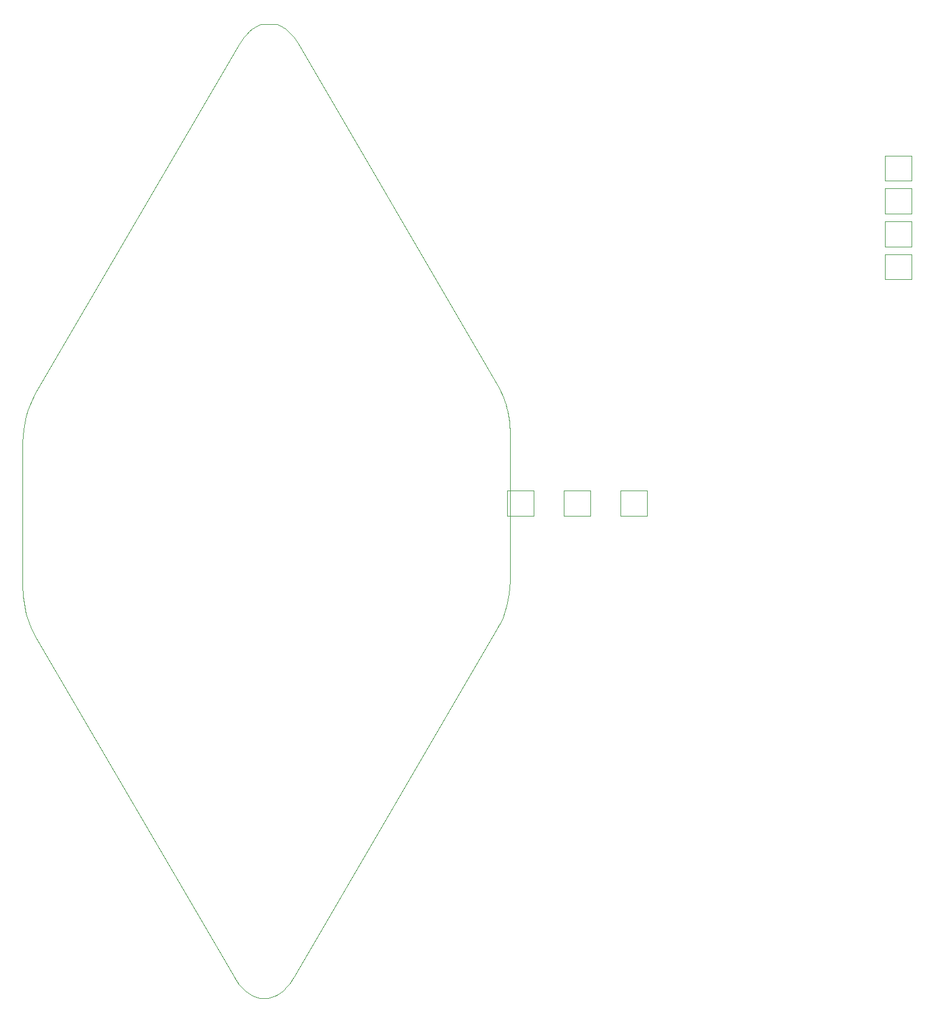
<source format=gbr>
%TF.GenerationSoftware,KiCad,Pcbnew,(6.99.0-1239-g6d82490b59-dirty)*%
%TF.CreationDate,2022-03-22T11:17:59-05:00*%
%TF.ProjectId,LayoutBottom,4c61796f-7574-4426-9f74-746f6d2e6b69,rev?*%
%TF.SameCoordinates,Original*%
%TF.FileFunction,Profile,NP*%
%FSLAX46Y46*%
G04 Gerber Fmt 4.6, Leading zero omitted, Abs format (unit mm)*
G04 Created by KiCad (PCBNEW (6.99.0-1239-g6d82490b59-dirty)) date 2022-03-22 11:17:59*
%MOMM*%
%LPD*%
G01*
G04 APERTURE LIST*
%TA.AperFunction,Profile*%
%ADD10C,0.100000*%
%TD*%
%TA.AperFunction,Profile*%
%ADD11C,0.120000*%
%TD*%
G04 APERTURE END LIST*
D10*
X142000900Y-172745000D02*
X142268300Y-172649000D01*
X145164500Y-35053500D02*
X144785500Y-34613200D01*
X175578500Y-87752600D02*
X175425500Y-87272500D01*
X107424700Y-119641000D02*
X107622400Y-120082000D01*
X106292000Y-93119700D02*
X106292300Y-93220600D01*
X176186500Y-113067400D02*
X176192500Y-92975000D01*
X175832500Y-88741400D02*
X175713500Y-88242400D01*
X106351500Y-115226500D02*
X106407700Y-115745300D01*
X176145500Y-90813600D02*
X176091500Y-90285500D01*
X106925400Y-118247000D02*
X107076200Y-118722000D01*
X107495000Y-87358900D02*
X107329500Y-87756400D01*
X144785500Y-34613200D02*
X144392900Y-34227300D01*
X106567500Y-116767000D02*
X106671000Y-117269000D01*
X143987900Y-33896000D02*
X143572700Y-33619100D01*
X175431500Y-117444000D02*
X175675500Y-116611000D01*
X144392900Y-34227300D02*
X143987900Y-33896000D01*
X107242600Y-119187000D02*
X107424700Y-119641000D01*
X106443300Y-91242200D02*
X106343300Y-92174200D01*
X175425500Y-87272500D02*
X175257500Y-86802800D01*
X106407700Y-115745300D02*
X106479700Y-116259200D01*
X106789000Y-89440200D02*
X106591800Y-90329100D01*
X138787600Y-34227300D02*
X138394800Y-34613200D01*
X137043000Y-170540000D02*
X137268600Y-170845000D01*
X141461300Y-172873000D02*
X141731800Y-172819000D01*
X106671000Y-117269000D02*
X106790400Y-117762000D01*
X143149100Y-33396600D02*
X142719000Y-33228600D01*
X176091500Y-90285500D02*
X176022500Y-89763600D01*
X106311100Y-114703700D02*
X106351500Y-115226500D01*
X106277900Y-113650100D02*
X106286600Y-114178000D01*
X136824000Y-170214000D02*
X137043000Y-170540000D01*
X137652600Y-35548300D02*
X137306900Y-36097700D01*
X176181500Y-91347300D02*
X176145500Y-90813600D01*
X107835800Y-120509000D02*
X108064800Y-120923000D01*
X143563200Y-171856000D02*
X143810700Y-171635000D01*
X106591800Y-90329100D02*
X106443300Y-91242200D01*
X145179500Y-169868000D02*
X174420500Y-119732000D01*
X174804500Y-119010000D02*
X175141500Y-118246000D01*
X107862700Y-86596900D02*
X107672800Y-86972200D01*
X139257800Y-172532000D02*
X139523000Y-172649000D01*
X139192500Y-33896000D02*
X138787600Y-34227300D01*
X140031100Y-33396600D02*
X139607600Y-33619100D01*
X175873500Y-115750600D02*
X176023500Y-114869600D01*
X137268600Y-170845000D02*
X137500400Y-171129000D01*
X174420500Y-119732000D02*
X174618500Y-119377000D01*
X139790400Y-172745000D02*
X140059500Y-172819000D01*
X140461300Y-33228600D02*
X140031100Y-33396600D01*
X139523000Y-172649000D02*
X139790400Y-172745000D01*
X138995300Y-172394000D02*
X139257800Y-172532000D01*
X108064800Y-120923000D02*
X136611900Y-169868000D01*
X136611900Y-169868000D02*
X136824000Y-170214000D01*
X144522600Y-170845000D02*
X144748500Y-170540000D01*
X145528500Y-35548300D02*
X145164500Y-35053500D01*
X137737800Y-171392000D02*
X137980500Y-171635000D01*
X138228100Y-171856000D02*
X138480000Y-172056000D01*
X107034900Y-88580800D02*
X106789000Y-89440200D01*
X106292300Y-93220600D02*
X106285200Y-113121100D01*
X174421500Y-85042500D02*
X174420500Y-85042500D01*
X138015900Y-35053500D02*
X137652600Y-35548300D01*
X107076200Y-118722000D02*
X107242600Y-119187000D01*
X107329500Y-87756400D02*
X107034900Y-88580800D01*
X176205500Y-92428700D02*
X176202500Y-91885900D01*
X139607600Y-33619100D02*
X139192500Y-33896000D01*
X143055300Y-172236000D02*
X143311200Y-172056000D01*
X138480000Y-172056000D02*
X138735900Y-172236000D01*
X140059500Y-172819000D02*
X140330000Y-172873000D01*
X144290900Y-171129000D02*
X144522600Y-170845000D01*
X138735900Y-172236000D02*
X138995300Y-172394000D01*
X143810700Y-171635000D02*
X144053400Y-171392000D01*
X175713500Y-88242400D02*
X175578500Y-87752600D01*
X174654500Y-85463400D02*
X174421500Y-85042500D01*
X145873500Y-36097700D02*
X145528500Y-35548300D01*
X106790400Y-117762000D02*
X106925400Y-118247000D01*
X175675500Y-116611000D02*
X175873500Y-115750600D01*
X175072500Y-86344300D02*
X174871500Y-85897600D01*
X142268300Y-172649000D02*
X142533400Y-172532000D01*
X144748500Y-170540000D02*
X144967500Y-170214000D01*
X108064800Y-86233700D02*
X107862700Y-86596900D01*
X176192500Y-92975000D02*
X176205500Y-92428700D01*
X107672800Y-86972200D02*
X107495000Y-87358900D01*
X144967500Y-170214000D02*
X145179500Y-169868000D01*
X106343300Y-92174200D02*
X106292000Y-93119700D01*
X142719000Y-33228600D02*
X140461300Y-33228600D01*
X137980500Y-171635000D02*
X138228100Y-171856000D01*
X144053400Y-171392000D02*
X144290900Y-171129000D01*
X107622400Y-120082000D02*
X107835800Y-120509000D01*
X176128500Y-113973300D02*
X176186500Y-113067400D01*
X106286600Y-114178000D02*
X106311100Y-114703700D01*
X175257500Y-86802800D02*
X175072500Y-86344300D01*
X137306900Y-36097700D02*
X108064800Y-86233700D01*
X174420500Y-85042500D02*
X174420500Y-85042500D01*
X174420500Y-85042500D02*
X145873500Y-36097700D01*
X143311200Y-172056000D02*
X143563200Y-171856000D01*
X174618500Y-119377000D02*
X174804500Y-119010000D01*
X140601300Y-172907000D02*
X141189900Y-172907000D01*
X141731800Y-172819000D02*
X142000900Y-172745000D01*
X174871500Y-85897600D02*
X174654500Y-85463400D01*
X141189900Y-172907000D02*
X141461300Y-172873000D01*
X137500400Y-171129000D02*
X137737800Y-171392000D01*
X175141500Y-118246000D02*
X175431500Y-117444000D01*
X176202500Y-91885900D02*
X176181500Y-91347300D01*
X142795900Y-172394000D02*
X143055300Y-172236000D01*
X106479700Y-116259200D02*
X106567500Y-116767000D01*
X142533400Y-172532000D02*
X142795900Y-172394000D01*
X176022500Y-89763600D02*
X175935500Y-89248600D01*
X175935500Y-89248600D02*
X175832500Y-88741400D01*
X140330000Y-172873000D02*
X140601300Y-172907000D01*
X176023500Y-114869600D02*
X176128500Y-113973300D01*
X138394800Y-34613200D02*
X138015900Y-35053500D01*
X106285200Y-113121100D02*
X106277900Y-113650100D01*
X143572700Y-33619100D02*
X143149100Y-33396600D01*
D11*
%TO.C,D8*%
X229935000Y-60355000D02*
X233735000Y-60355000D01*
X233735000Y-60355000D02*
X233735000Y-56755000D01*
X233735000Y-56755000D02*
X229935000Y-56755000D01*
X229935000Y-56755000D02*
X229935000Y-60355000D01*
%TO.C,D7*%
X229935000Y-65075000D02*
X233735000Y-65075000D01*
X233735000Y-65075000D02*
X233735000Y-61475000D01*
X233735000Y-61475000D02*
X229935000Y-61475000D01*
X229935000Y-61475000D02*
X229935000Y-65075000D01*
%TO.C,D6*%
X183865000Y-103725000D02*
X187665000Y-103725000D01*
X187665000Y-103725000D02*
X187665000Y-100125000D01*
X187665000Y-100125000D02*
X183865000Y-100125000D01*
X183865000Y-100125000D02*
X183865000Y-103725000D01*
%TO.C,D5*%
X229935000Y-69795000D02*
X233735000Y-69795000D01*
X233735000Y-69795000D02*
X233735000Y-66195000D01*
X233735000Y-66195000D02*
X229935000Y-66195000D01*
X229935000Y-66195000D02*
X229935000Y-69795000D01*
%TO.C,D4*%
X229935000Y-55635000D02*
X233735000Y-55635000D01*
X233735000Y-55635000D02*
X233735000Y-52035000D01*
X233735000Y-52035000D02*
X229935000Y-52035000D01*
X229935000Y-52035000D02*
X229935000Y-55635000D01*
%TO.C,D3*%
X175735000Y-103725000D02*
X179535000Y-103725000D01*
X179535000Y-103725000D02*
X179535000Y-100125000D01*
X179535000Y-100125000D02*
X175735000Y-100125000D01*
X175735000Y-100125000D02*
X175735000Y-103725000D01*
%TO.C,D2*%
X191995000Y-103725000D02*
X195795000Y-103725000D01*
X195795000Y-103725000D02*
X195795000Y-100125000D01*
X195795000Y-100125000D02*
X191995000Y-100125000D01*
X191995000Y-100125000D02*
X191995000Y-103725000D01*
%TD*%
M02*

</source>
